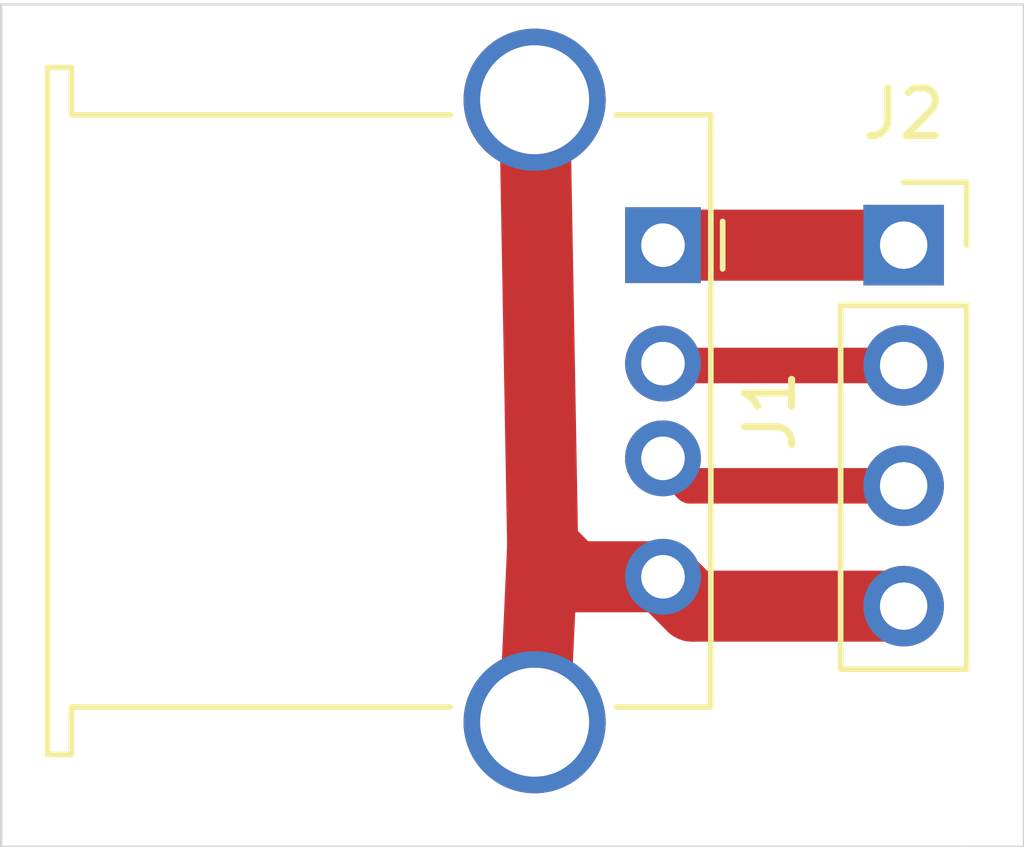
<source format=kicad_pcb>
(kicad_pcb (version 20171130) (host pcbnew "(5.1.5)-3")

  (general
    (thickness 1.6)
    (drawings 6)
    (tracks 12)
    (zones 0)
    (modules 2)
    (nets 5)
  )

  (page A4)
  (layers
    (0 F.Cu signal)
    (31 B.Cu signal)
    (32 B.Adhes user)
    (33 F.Adhes user)
    (34 B.Paste user)
    (35 F.Paste user)
    (36 B.SilkS user)
    (37 F.SilkS user)
    (38 B.Mask user)
    (39 F.Mask user)
    (40 Dwgs.User user)
    (41 Cmts.User user)
    (42 Eco1.User user)
    (43 Eco2.User user)
    (44 Edge.Cuts user)
    (45 Margin user)
    (46 B.CrtYd user)
    (47 F.CrtYd user)
    (48 B.Fab user)
    (49 F.Fab user)
  )

  (setup
    (last_trace_width 0.75)
    (user_trace_width 0.25)
    (user_trace_width 0.5)
    (user_trace_width 0.75)
    (user_trace_width 1)
    (user_trace_width 1.5)
    (trace_clearance 0.2)
    (zone_clearance 0.508)
    (zone_45_only no)
    (trace_min 0.2)
    (via_size 0.8)
    (via_drill 0.4)
    (via_min_size 0.4)
    (via_min_drill 0.3)
    (uvia_size 0.3)
    (uvia_drill 0.1)
    (uvias_allowed no)
    (uvia_min_size 0.2)
    (uvia_min_drill 0.1)
    (edge_width 0.05)
    (segment_width 0.2)
    (pcb_text_width 0.3)
    (pcb_text_size 1.5 1.5)
    (mod_edge_width 0.12)
    (mod_text_size 1 1)
    (mod_text_width 0.15)
    (pad_size 1.524 1.524)
    (pad_drill 0.762)
    (pad_to_mask_clearance 0.051)
    (solder_mask_min_width 0.25)
    (aux_axis_origin 0 0)
    (visible_elements 7FFFFFFF)
    (pcbplotparams
      (layerselection 0x010fc_ffffffff)
      (usegerberextensions false)
      (usegerberattributes false)
      (usegerberadvancedattributes false)
      (creategerberjobfile false)
      (excludeedgelayer true)
      (linewidth 0.100000)
      (plotframeref false)
      (viasonmask false)
      (mode 1)
      (useauxorigin false)
      (hpglpennumber 1)
      (hpglpenspeed 20)
      (hpglpendiameter 15.000000)
      (psnegative false)
      (psa4output false)
      (plotreference true)
      (plotvalue true)
      (plotinvisibletext false)
      (padsonsilk false)
      (subtractmaskfromsilk false)
      (outputformat 1)
      (mirror false)
      (drillshape 1)
      (scaleselection 1)
      (outputdirectory ""))
  )

  (net 0 "")
  (net 1 "Net-(J1-Pad4)")
  (net 2 "Net-(J1-Pad3)")
  (net 3 "Net-(J1-Pad2)")
  (net 4 "Net-(J1-Pad1)")

  (net_class Default "This is the default net class."
    (clearance 0.2)
    (trace_width 0.25)
    (via_dia 0.8)
    (via_drill 0.4)
    (uvia_dia 0.3)
    (uvia_drill 0.1)
    (add_net "Net-(J1-Pad1)")
    (add_net "Net-(J1-Pad2)")
    (add_net "Net-(J1-Pad3)")
    (add_net "Net-(J1-Pad4)")
  )

  (module Connector_PinSocket_2.54mm:PinSocket_1x04_P2.54mm_Vertical (layer F.Cu) (tedit 5A19A429) (tstamp 5E7921B6)
    (at 234.95 123.19)
    (descr "Through hole straight socket strip, 1x04, 2.54mm pitch, single row (from Kicad 4.0.7), script generated")
    (tags "Through hole socket strip THT 1x04 2.54mm single row")
    (path /5E794772)
    (fp_text reference J2 (at 0 -2.77) (layer F.SilkS)
      (effects (font (size 1 1) (thickness 0.15)))
    )
    (fp_text value Conn_01x04_MountingPin (at 0 10.39) (layer F.Fab) hide
      (effects (font (size 1 1) (thickness 0.15)))
    )
    (fp_text user %R (at 0 3.81 90) (layer F.Fab)
      (effects (font (size 1 1) (thickness 0.15)))
    )
    (fp_line (start -1.8 9.4) (end -1.8 -1.8) (layer F.CrtYd) (width 0.05))
    (fp_line (start 1.75 9.4) (end -1.8 9.4) (layer F.CrtYd) (width 0.05))
    (fp_line (start 1.75 -1.8) (end 1.75 9.4) (layer F.CrtYd) (width 0.05))
    (fp_line (start -1.8 -1.8) (end 1.75 -1.8) (layer F.CrtYd) (width 0.05))
    (fp_line (start 0 -1.33) (end 1.33 -1.33) (layer F.SilkS) (width 0.12))
    (fp_line (start 1.33 -1.33) (end 1.33 0) (layer F.SilkS) (width 0.12))
    (fp_line (start 1.33 1.27) (end 1.33 8.95) (layer F.SilkS) (width 0.12))
    (fp_line (start -1.33 8.95) (end 1.33 8.95) (layer F.SilkS) (width 0.12))
    (fp_line (start -1.33 1.27) (end -1.33 8.95) (layer F.SilkS) (width 0.12))
    (fp_line (start -1.33 1.27) (end 1.33 1.27) (layer F.SilkS) (width 0.12))
    (fp_line (start -1.27 8.89) (end -1.27 -1.27) (layer F.Fab) (width 0.1))
    (fp_line (start 1.27 8.89) (end -1.27 8.89) (layer F.Fab) (width 0.1))
    (fp_line (start 1.27 -0.635) (end 1.27 8.89) (layer F.Fab) (width 0.1))
    (fp_line (start 0.635 -1.27) (end 1.27 -0.635) (layer F.Fab) (width 0.1))
    (fp_line (start -1.27 -1.27) (end 0.635 -1.27) (layer F.Fab) (width 0.1))
    (pad 4 thru_hole oval (at 0 7.62) (size 1.7 1.7) (drill 1) (layers *.Cu *.Mask)
      (net 1 "Net-(J1-Pad4)"))
    (pad 3 thru_hole oval (at 0 5.08) (size 1.7 1.7) (drill 1) (layers *.Cu *.Mask)
      (net 2 "Net-(J1-Pad3)"))
    (pad 2 thru_hole oval (at 0 2.54) (size 1.7 1.7) (drill 1) (layers *.Cu *.Mask)
      (net 3 "Net-(J1-Pad2)"))
    (pad 1 thru_hole rect (at 0 0) (size 1.7 1.7) (drill 1) (layers *.Cu *.Mask)
      (net 4 "Net-(J1-Pad1)"))
    (model ${KISYS3DMOD}/Connector_PinSocket_2.54mm.3dshapes/PinSocket_1x04_P2.54mm_Vertical.wrl
      (at (xyz 0 0 0))
      (scale (xyz 1 1 1))
      (rotate (xyz 0 0 0))
    )
  )

  (module Connector_USB:USB_A_Stewart_SS-52100-001_Horizontal (layer F.Cu) (tedit 5CB49A87) (tstamp 5E79219E)
    (at 229.87 123.19 270)
    (descr "USB A connector https://belfuse.com/resources/drawings/stewartconnector/dr-stw-ss-52100-001.pdf")
    (tags "USB_A Female Connector receptacle")
    (path /5E791F53)
    (fp_text reference J1 (at 3.5 -2.26 90) (layer F.SilkS)
      (effects (font (size 1 1) (thickness 0.15)))
    )
    (fp_text value USB_A (at 3.5 14.49 90) (layer F.Fab) hide
      (effects (font (size 1 1) (thickness 0.15)))
    )
    (fp_line (start -5.15 1.99) (end -4.25 0.69) (layer F.CrtYd) (width 0.05))
    (fp_line (start -5.15 3.44) (end -5.15 1.99) (layer F.CrtYd) (width 0.05))
    (fp_line (start -3.25 4.74) (end -4.25 4.74) (layer F.CrtYd) (width 0.05))
    (fp_line (start -5.15 3.44) (end -4.25 4.74) (layer F.CrtYd) (width 0.05))
    (fp_line (start -3.25 0.69) (end -4.25 0.69) (layer F.CrtYd) (width 0.05))
    (fp_line (start 12.15 3.44) (end 11.25 4.74) (layer F.CrtYd) (width 0.05))
    (fp_line (start -3.25 0.69) (end -3.25 -1.51) (layer F.CrtYd) (width 0.05))
    (fp_line (start 10.25 -1.51) (end -3.25 -1.51) (layer F.CrtYd) (width 0.05))
    (fp_line (start 10.25 0.69) (end 10.25 -1.51) (layer F.CrtYd) (width 0.05))
    (fp_line (start 12.15 1.99) (end 12.15 3.44) (layer F.CrtYd) (width 0.05))
    (fp_line (start 10.25 0.69) (end 11.25 0.69) (layer F.CrtYd) (width 0.05))
    (fp_line (start 12.15 1.99) (end 11.25 0.69) (layer F.CrtYd) (width 0.05))
    (fp_line (start 10.75 12.49) (end 10.75 12.99) (layer F.Fab) (width 0.1))
    (fp_line (start 9.75 12.49) (end 10.75 12.49) (layer F.Fab) (width 0.1))
    (fp_line (start -3.75 12.49) (end -2.75 12.49) (layer F.Fab) (width 0.1))
    (fp_line (start -3.75 12.99) (end -3.75 12.49) (layer F.Fab) (width 0.1))
    (fp_line (start -3.75 12.99) (end 10.75 12.99) (layer F.Fab) (width 0.1))
    (fp_line (start -2.75 12.49) (end -2.75 -1.01) (layer F.Fab) (width 0.1))
    (fp_line (start -2.75 -1.01) (end 9.75 -1.01) (layer F.Fab) (width 0.1))
    (fp_line (start 9.75 12.49) (end 9.75 -1.01) (layer F.Fab) (width 0.1))
    (fp_text user %R (at 3.5 5.99 90) (layer F.Fab)
      (effects (font (size 1 1) (thickness 0.15)))
    )
    (fp_line (start -3.75 12.99) (end 10.75 12.99) (layer F.SilkS) (width 0.12))
    (fp_line (start 10.75 12.99) (end 10.75 12.49) (layer F.SilkS) (width 0.12))
    (fp_line (start 10.75 12.49) (end 9.75 12.49) (layer F.SilkS) (width 0.12))
    (fp_line (start 9.75 12.49) (end 9.75 4.49) (layer F.SilkS) (width 0.12))
    (fp_line (start 9.75 0.99) (end 9.75 -1.01) (layer F.SilkS) (width 0.12))
    (fp_line (start 9.75 -1.01) (end -2.75 -1.01) (layer F.SilkS) (width 0.12))
    (fp_line (start -2.75 -1.01) (end -2.75 0.99) (layer F.SilkS) (width 0.12))
    (fp_line (start -2.75 4.49) (end -2.75 12.49) (layer F.SilkS) (width 0.12))
    (fp_line (start -2.75 12.49) (end -3.75 12.49) (layer F.SilkS) (width 0.12))
    (fp_line (start -3.75 12.49) (end -3.75 12.99) (layer F.SilkS) (width 0.12))
    (fp_line (start -0.5 -1.26) (end 0.5 -1.26) (layer F.SilkS) (width 0.12))
    (fp_line (start -0.25 -1.01) (end 0 -0.76) (layer F.Fab) (width 0.1))
    (fp_line (start 0 -0.76) (end 0.25 -1.01) (layer F.Fab) (width 0.1))
    (fp_line (start -3.25 4.74) (end -3.25 11.99) (layer F.CrtYd) (width 0.05))
    (fp_line (start -3.25 11.99) (end -4.25 11.99) (layer F.CrtYd) (width 0.05))
    (fp_line (start -4.25 11.99) (end -4.25 13.49) (layer F.CrtYd) (width 0.05))
    (fp_line (start -4.25 13.49) (end 11.25 13.49) (layer F.CrtYd) (width 0.05))
    (fp_line (start 11.25 13.49) (end 11.25 11.99) (layer F.CrtYd) (width 0.05))
    (fp_line (start 11.25 11.99) (end 10.25 11.99) (layer F.CrtYd) (width 0.05))
    (fp_line (start 10.25 11.99) (end 10.25 4.74) (layer F.CrtYd) (width 0.05))
    (fp_line (start 10.25 4.74) (end 11.25 4.74) (layer F.CrtYd) (width 0.05))
    (pad 4 thru_hole circle (at 7 0 270) (size 1.6 1.6) (drill 0.92) (layers *.Cu *.Mask)
      (net 1 "Net-(J1-Pad4)"))
    (pad 3 thru_hole circle (at 4.5 0 270) (size 1.6 1.6) (drill 0.92) (layers *.Cu *.Mask)
      (net 2 "Net-(J1-Pad3)"))
    (pad 2 thru_hole circle (at 2.5 0 270) (size 1.6 1.6) (drill 0.92) (layers *.Cu *.Mask)
      (net 3 "Net-(J1-Pad2)"))
    (pad 1 thru_hole rect (at 0 0 270) (size 1.6 1.6) (drill 0.92) (layers *.Cu *.Mask)
      (net 4 "Net-(J1-Pad1)"))
    (pad 5 thru_hole circle (at -3.07 2.71 270) (size 3 3) (drill 2.3) (layers *.Cu *.Mask)
      (net 1 "Net-(J1-Pad4)"))
    (pad 5 thru_hole circle (at 10.07 2.71 270) (size 3 3) (drill 2.3) (layers *.Cu *.Mask)
      (net 1 "Net-(J1-Pad4)"))
    (model ${KISYS3DMOD}/Connector_USB.3dshapes/USB_A_Stewart_SS-52100-001_Horizontal.wrl
      (at (xyz 0 0 0))
      (scale (xyz 1 1 1))
      (rotate (xyz 0 0 0))
    )
  )

  (gr_line (start 236.22 118.11) (end 237.49 118.11) (layer Edge.Cuts) (width 0.05) (tstamp 5E7922A2))
  (gr_line (start 236.22 135.89) (end 237.49 135.89) (layer Edge.Cuts) (width 0.05) (tstamp 5E79229F))
  (gr_line (start 215.9 135.89) (end 215.9 118.11) (layer Edge.Cuts) (width 0.05) (tstamp 5E792503))
  (gr_line (start 236.22 135.89) (end 215.9 135.89) (layer Edge.Cuts) (width 0.05))
  (gr_line (start 237.49 118.11) (end 237.49 135.89) (layer Edge.Cuts) (width 0.05))
  (gr_line (start 215.9 118.11) (end 236.22 118.11) (layer Edge.Cuts) (width 0.05))

  (segment (start 227.16 132.9) (end 227.16 133.26) (width 0.25) (layer F.Cu) (net 1))
  (segment (start 229.87 130.19) (end 227.98 130.19) (width 1.5) (layer F.Cu) (net 1))
  (segment (start 227.98 130.19) (end 227.33 129.54) (width 1.5) (layer F.Cu) (net 1))
  (segment (start 227.16 133.26) (end 227.33 129.54) (width 1.5) (layer F.Cu) (net 1))
  (segment (start 227.33 129.54) (end 227.16 120.12) (width 1.5) (layer F.Cu) (net 1))
  (segment (start 230.49 130.81) (end 229.87 130.19) (width 1.5) (layer F.Cu) (net 1))
  (segment (start 234.95 130.81) (end 230.49 130.81) (width 1.5) (layer F.Cu) (net 1))
  (segment (start 230.45 128.27) (end 229.87 127.69) (width 0.75) (layer F.Cu) (net 2))
  (segment (start 234.95 128.27) (end 230.45 128.27) (width 0.75) (layer F.Cu) (net 2))
  (segment (start 229.91 125.73) (end 229.87 125.69) (width 0.75) (layer F.Cu) (net 3))
  (segment (start 234.95 125.73) (end 229.91 125.73) (width 0.75) (layer F.Cu) (net 3))
  (segment (start 234.95 123.19) (end 229.87 123.19) (width 1.5) (layer F.Cu) (net 4))

)

</source>
